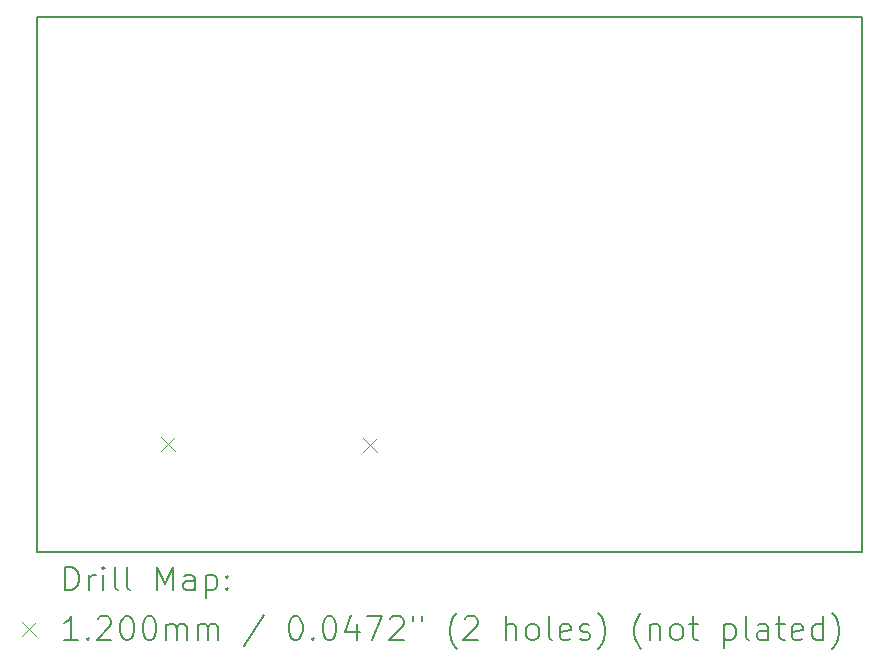
<source format=gbr>
%TF.GenerationSoftware,KiCad,Pcbnew,7.0.1*%
%TF.CreationDate,2023-09-18T10:22:11-04:00*%
%TF.ProjectId,Groove Coaster,47726f6f-7665-4204-936f-61737465722e,rev?*%
%TF.SameCoordinates,Original*%
%TF.FileFunction,Drillmap*%
%TF.FilePolarity,Positive*%
%FSLAX45Y45*%
G04 Gerber Fmt 4.5, Leading zero omitted, Abs format (unit mm)*
G04 Created by KiCad (PCBNEW 7.0.1) date 2023-09-18 10:22:11*
%MOMM*%
%LPD*%
G01*
G04 APERTURE LIST*
%ADD10C,0.200000*%
%ADD11C,0.120000*%
G04 APERTURE END LIST*
D10*
X6830000Y-4090000D02*
X13810000Y-4090000D01*
X13810000Y-8620000D01*
X6830000Y-8620000D01*
X6830000Y-4090000D01*
D11*
X7880000Y-7640000D02*
X8000000Y-7760000D01*
X8000000Y-7640000D02*
X7880000Y-7760000D01*
X9590000Y-7650000D02*
X9710000Y-7770000D01*
X9710000Y-7650000D02*
X9590000Y-7770000D01*
D10*
X7067619Y-8942524D02*
X7067619Y-8742524D01*
X7067619Y-8742524D02*
X7115238Y-8742524D01*
X7115238Y-8742524D02*
X7143809Y-8752048D01*
X7143809Y-8752048D02*
X7162857Y-8771095D01*
X7162857Y-8771095D02*
X7172381Y-8790143D01*
X7172381Y-8790143D02*
X7181905Y-8828238D01*
X7181905Y-8828238D02*
X7181905Y-8856810D01*
X7181905Y-8856810D02*
X7172381Y-8894905D01*
X7172381Y-8894905D02*
X7162857Y-8913952D01*
X7162857Y-8913952D02*
X7143809Y-8933000D01*
X7143809Y-8933000D02*
X7115238Y-8942524D01*
X7115238Y-8942524D02*
X7067619Y-8942524D01*
X7267619Y-8942524D02*
X7267619Y-8809190D01*
X7267619Y-8847286D02*
X7277143Y-8828238D01*
X7277143Y-8828238D02*
X7286667Y-8818714D01*
X7286667Y-8818714D02*
X7305714Y-8809190D01*
X7305714Y-8809190D02*
X7324762Y-8809190D01*
X7391428Y-8942524D02*
X7391428Y-8809190D01*
X7391428Y-8742524D02*
X7381905Y-8752048D01*
X7381905Y-8752048D02*
X7391428Y-8761571D01*
X7391428Y-8761571D02*
X7400952Y-8752048D01*
X7400952Y-8752048D02*
X7391428Y-8742524D01*
X7391428Y-8742524D02*
X7391428Y-8761571D01*
X7515238Y-8942524D02*
X7496190Y-8933000D01*
X7496190Y-8933000D02*
X7486667Y-8913952D01*
X7486667Y-8913952D02*
X7486667Y-8742524D01*
X7620000Y-8942524D02*
X7600952Y-8933000D01*
X7600952Y-8933000D02*
X7591428Y-8913952D01*
X7591428Y-8913952D02*
X7591428Y-8742524D01*
X7848571Y-8942524D02*
X7848571Y-8742524D01*
X7848571Y-8742524D02*
X7915238Y-8885381D01*
X7915238Y-8885381D02*
X7981905Y-8742524D01*
X7981905Y-8742524D02*
X7981905Y-8942524D01*
X8162857Y-8942524D02*
X8162857Y-8837762D01*
X8162857Y-8837762D02*
X8153333Y-8818714D01*
X8153333Y-8818714D02*
X8134286Y-8809190D01*
X8134286Y-8809190D02*
X8096190Y-8809190D01*
X8096190Y-8809190D02*
X8077143Y-8818714D01*
X8162857Y-8933000D02*
X8143809Y-8942524D01*
X8143809Y-8942524D02*
X8096190Y-8942524D01*
X8096190Y-8942524D02*
X8077143Y-8933000D01*
X8077143Y-8933000D02*
X8067619Y-8913952D01*
X8067619Y-8913952D02*
X8067619Y-8894905D01*
X8067619Y-8894905D02*
X8077143Y-8875857D01*
X8077143Y-8875857D02*
X8096190Y-8866333D01*
X8096190Y-8866333D02*
X8143809Y-8866333D01*
X8143809Y-8866333D02*
X8162857Y-8856810D01*
X8258095Y-8809190D02*
X8258095Y-9009190D01*
X8258095Y-8818714D02*
X8277143Y-8809190D01*
X8277143Y-8809190D02*
X8315238Y-8809190D01*
X8315238Y-8809190D02*
X8334286Y-8818714D01*
X8334286Y-8818714D02*
X8343809Y-8828238D01*
X8343809Y-8828238D02*
X8353333Y-8847286D01*
X8353333Y-8847286D02*
X8353333Y-8904429D01*
X8353333Y-8904429D02*
X8343809Y-8923476D01*
X8343809Y-8923476D02*
X8334286Y-8933000D01*
X8334286Y-8933000D02*
X8315238Y-8942524D01*
X8315238Y-8942524D02*
X8277143Y-8942524D01*
X8277143Y-8942524D02*
X8258095Y-8933000D01*
X8439048Y-8923476D02*
X8448571Y-8933000D01*
X8448571Y-8933000D02*
X8439048Y-8942524D01*
X8439048Y-8942524D02*
X8429524Y-8933000D01*
X8429524Y-8933000D02*
X8439048Y-8923476D01*
X8439048Y-8923476D02*
X8439048Y-8942524D01*
X8439048Y-8818714D02*
X8448571Y-8828238D01*
X8448571Y-8828238D02*
X8439048Y-8837762D01*
X8439048Y-8837762D02*
X8429524Y-8828238D01*
X8429524Y-8828238D02*
X8439048Y-8818714D01*
X8439048Y-8818714D02*
X8439048Y-8837762D01*
D11*
X6700000Y-9210000D02*
X6820000Y-9330000D01*
X6820000Y-9210000D02*
X6700000Y-9330000D01*
D10*
X7172381Y-9362524D02*
X7058095Y-9362524D01*
X7115238Y-9362524D02*
X7115238Y-9162524D01*
X7115238Y-9162524D02*
X7096190Y-9191095D01*
X7096190Y-9191095D02*
X7077143Y-9210143D01*
X7077143Y-9210143D02*
X7058095Y-9219667D01*
X7258095Y-9343476D02*
X7267619Y-9353000D01*
X7267619Y-9353000D02*
X7258095Y-9362524D01*
X7258095Y-9362524D02*
X7248571Y-9353000D01*
X7248571Y-9353000D02*
X7258095Y-9343476D01*
X7258095Y-9343476D02*
X7258095Y-9362524D01*
X7343809Y-9181571D02*
X7353333Y-9172048D01*
X7353333Y-9172048D02*
X7372381Y-9162524D01*
X7372381Y-9162524D02*
X7420000Y-9162524D01*
X7420000Y-9162524D02*
X7439048Y-9172048D01*
X7439048Y-9172048D02*
X7448571Y-9181571D01*
X7448571Y-9181571D02*
X7458095Y-9200619D01*
X7458095Y-9200619D02*
X7458095Y-9219667D01*
X7458095Y-9219667D02*
X7448571Y-9248238D01*
X7448571Y-9248238D02*
X7334286Y-9362524D01*
X7334286Y-9362524D02*
X7458095Y-9362524D01*
X7581905Y-9162524D02*
X7600952Y-9162524D01*
X7600952Y-9162524D02*
X7620000Y-9172048D01*
X7620000Y-9172048D02*
X7629524Y-9181571D01*
X7629524Y-9181571D02*
X7639048Y-9200619D01*
X7639048Y-9200619D02*
X7648571Y-9238714D01*
X7648571Y-9238714D02*
X7648571Y-9286333D01*
X7648571Y-9286333D02*
X7639048Y-9324429D01*
X7639048Y-9324429D02*
X7629524Y-9343476D01*
X7629524Y-9343476D02*
X7620000Y-9353000D01*
X7620000Y-9353000D02*
X7600952Y-9362524D01*
X7600952Y-9362524D02*
X7581905Y-9362524D01*
X7581905Y-9362524D02*
X7562857Y-9353000D01*
X7562857Y-9353000D02*
X7553333Y-9343476D01*
X7553333Y-9343476D02*
X7543809Y-9324429D01*
X7543809Y-9324429D02*
X7534286Y-9286333D01*
X7534286Y-9286333D02*
X7534286Y-9238714D01*
X7534286Y-9238714D02*
X7543809Y-9200619D01*
X7543809Y-9200619D02*
X7553333Y-9181571D01*
X7553333Y-9181571D02*
X7562857Y-9172048D01*
X7562857Y-9172048D02*
X7581905Y-9162524D01*
X7772381Y-9162524D02*
X7791429Y-9162524D01*
X7791429Y-9162524D02*
X7810476Y-9172048D01*
X7810476Y-9172048D02*
X7820000Y-9181571D01*
X7820000Y-9181571D02*
X7829524Y-9200619D01*
X7829524Y-9200619D02*
X7839048Y-9238714D01*
X7839048Y-9238714D02*
X7839048Y-9286333D01*
X7839048Y-9286333D02*
X7829524Y-9324429D01*
X7829524Y-9324429D02*
X7820000Y-9343476D01*
X7820000Y-9343476D02*
X7810476Y-9353000D01*
X7810476Y-9353000D02*
X7791429Y-9362524D01*
X7791429Y-9362524D02*
X7772381Y-9362524D01*
X7772381Y-9362524D02*
X7753333Y-9353000D01*
X7753333Y-9353000D02*
X7743809Y-9343476D01*
X7743809Y-9343476D02*
X7734286Y-9324429D01*
X7734286Y-9324429D02*
X7724762Y-9286333D01*
X7724762Y-9286333D02*
X7724762Y-9238714D01*
X7724762Y-9238714D02*
X7734286Y-9200619D01*
X7734286Y-9200619D02*
X7743809Y-9181571D01*
X7743809Y-9181571D02*
X7753333Y-9172048D01*
X7753333Y-9172048D02*
X7772381Y-9162524D01*
X7924762Y-9362524D02*
X7924762Y-9229190D01*
X7924762Y-9248238D02*
X7934286Y-9238714D01*
X7934286Y-9238714D02*
X7953333Y-9229190D01*
X7953333Y-9229190D02*
X7981905Y-9229190D01*
X7981905Y-9229190D02*
X8000952Y-9238714D01*
X8000952Y-9238714D02*
X8010476Y-9257762D01*
X8010476Y-9257762D02*
X8010476Y-9362524D01*
X8010476Y-9257762D02*
X8020000Y-9238714D01*
X8020000Y-9238714D02*
X8039048Y-9229190D01*
X8039048Y-9229190D02*
X8067619Y-9229190D01*
X8067619Y-9229190D02*
X8086667Y-9238714D01*
X8086667Y-9238714D02*
X8096190Y-9257762D01*
X8096190Y-9257762D02*
X8096190Y-9362524D01*
X8191429Y-9362524D02*
X8191429Y-9229190D01*
X8191429Y-9248238D02*
X8200952Y-9238714D01*
X8200952Y-9238714D02*
X8220000Y-9229190D01*
X8220000Y-9229190D02*
X8248571Y-9229190D01*
X8248571Y-9229190D02*
X8267619Y-9238714D01*
X8267619Y-9238714D02*
X8277143Y-9257762D01*
X8277143Y-9257762D02*
X8277143Y-9362524D01*
X8277143Y-9257762D02*
X8286667Y-9238714D01*
X8286667Y-9238714D02*
X8305714Y-9229190D01*
X8305714Y-9229190D02*
X8334286Y-9229190D01*
X8334286Y-9229190D02*
X8353333Y-9238714D01*
X8353333Y-9238714D02*
X8362857Y-9257762D01*
X8362857Y-9257762D02*
X8362857Y-9362524D01*
X8753333Y-9153000D02*
X8581905Y-9410143D01*
X9010476Y-9162524D02*
X9029524Y-9162524D01*
X9029524Y-9162524D02*
X9048572Y-9172048D01*
X9048572Y-9172048D02*
X9058095Y-9181571D01*
X9058095Y-9181571D02*
X9067619Y-9200619D01*
X9067619Y-9200619D02*
X9077143Y-9238714D01*
X9077143Y-9238714D02*
X9077143Y-9286333D01*
X9077143Y-9286333D02*
X9067619Y-9324429D01*
X9067619Y-9324429D02*
X9058095Y-9343476D01*
X9058095Y-9343476D02*
X9048572Y-9353000D01*
X9048572Y-9353000D02*
X9029524Y-9362524D01*
X9029524Y-9362524D02*
X9010476Y-9362524D01*
X9010476Y-9362524D02*
X8991429Y-9353000D01*
X8991429Y-9353000D02*
X8981905Y-9343476D01*
X8981905Y-9343476D02*
X8972381Y-9324429D01*
X8972381Y-9324429D02*
X8962857Y-9286333D01*
X8962857Y-9286333D02*
X8962857Y-9238714D01*
X8962857Y-9238714D02*
X8972381Y-9200619D01*
X8972381Y-9200619D02*
X8981905Y-9181571D01*
X8981905Y-9181571D02*
X8991429Y-9172048D01*
X8991429Y-9172048D02*
X9010476Y-9162524D01*
X9162857Y-9343476D02*
X9172381Y-9353000D01*
X9172381Y-9353000D02*
X9162857Y-9362524D01*
X9162857Y-9362524D02*
X9153334Y-9353000D01*
X9153334Y-9353000D02*
X9162857Y-9343476D01*
X9162857Y-9343476D02*
X9162857Y-9362524D01*
X9296191Y-9162524D02*
X9315238Y-9162524D01*
X9315238Y-9162524D02*
X9334286Y-9172048D01*
X9334286Y-9172048D02*
X9343810Y-9181571D01*
X9343810Y-9181571D02*
X9353334Y-9200619D01*
X9353334Y-9200619D02*
X9362857Y-9238714D01*
X9362857Y-9238714D02*
X9362857Y-9286333D01*
X9362857Y-9286333D02*
X9353334Y-9324429D01*
X9353334Y-9324429D02*
X9343810Y-9343476D01*
X9343810Y-9343476D02*
X9334286Y-9353000D01*
X9334286Y-9353000D02*
X9315238Y-9362524D01*
X9315238Y-9362524D02*
X9296191Y-9362524D01*
X9296191Y-9362524D02*
X9277143Y-9353000D01*
X9277143Y-9353000D02*
X9267619Y-9343476D01*
X9267619Y-9343476D02*
X9258095Y-9324429D01*
X9258095Y-9324429D02*
X9248572Y-9286333D01*
X9248572Y-9286333D02*
X9248572Y-9238714D01*
X9248572Y-9238714D02*
X9258095Y-9200619D01*
X9258095Y-9200619D02*
X9267619Y-9181571D01*
X9267619Y-9181571D02*
X9277143Y-9172048D01*
X9277143Y-9172048D02*
X9296191Y-9162524D01*
X9534286Y-9229190D02*
X9534286Y-9362524D01*
X9486667Y-9153000D02*
X9439048Y-9295857D01*
X9439048Y-9295857D02*
X9562857Y-9295857D01*
X9620000Y-9162524D02*
X9753334Y-9162524D01*
X9753334Y-9162524D02*
X9667619Y-9362524D01*
X9820000Y-9181571D02*
X9829524Y-9172048D01*
X9829524Y-9172048D02*
X9848572Y-9162524D01*
X9848572Y-9162524D02*
X9896191Y-9162524D01*
X9896191Y-9162524D02*
X9915238Y-9172048D01*
X9915238Y-9172048D02*
X9924762Y-9181571D01*
X9924762Y-9181571D02*
X9934286Y-9200619D01*
X9934286Y-9200619D02*
X9934286Y-9219667D01*
X9934286Y-9219667D02*
X9924762Y-9248238D01*
X9924762Y-9248238D02*
X9810476Y-9362524D01*
X9810476Y-9362524D02*
X9934286Y-9362524D01*
X10010476Y-9162524D02*
X10010476Y-9200619D01*
X10086667Y-9162524D02*
X10086667Y-9200619D01*
X10381905Y-9438714D02*
X10372381Y-9429190D01*
X10372381Y-9429190D02*
X10353334Y-9400619D01*
X10353334Y-9400619D02*
X10343810Y-9381571D01*
X10343810Y-9381571D02*
X10334286Y-9353000D01*
X10334286Y-9353000D02*
X10324762Y-9305381D01*
X10324762Y-9305381D02*
X10324762Y-9267286D01*
X10324762Y-9267286D02*
X10334286Y-9219667D01*
X10334286Y-9219667D02*
X10343810Y-9191095D01*
X10343810Y-9191095D02*
X10353334Y-9172048D01*
X10353334Y-9172048D02*
X10372381Y-9143476D01*
X10372381Y-9143476D02*
X10381905Y-9133952D01*
X10448572Y-9181571D02*
X10458096Y-9172048D01*
X10458096Y-9172048D02*
X10477143Y-9162524D01*
X10477143Y-9162524D02*
X10524762Y-9162524D01*
X10524762Y-9162524D02*
X10543810Y-9172048D01*
X10543810Y-9172048D02*
X10553334Y-9181571D01*
X10553334Y-9181571D02*
X10562857Y-9200619D01*
X10562857Y-9200619D02*
X10562857Y-9219667D01*
X10562857Y-9219667D02*
X10553334Y-9248238D01*
X10553334Y-9248238D02*
X10439048Y-9362524D01*
X10439048Y-9362524D02*
X10562857Y-9362524D01*
X10800953Y-9362524D02*
X10800953Y-9162524D01*
X10886667Y-9362524D02*
X10886667Y-9257762D01*
X10886667Y-9257762D02*
X10877143Y-9238714D01*
X10877143Y-9238714D02*
X10858096Y-9229190D01*
X10858096Y-9229190D02*
X10829524Y-9229190D01*
X10829524Y-9229190D02*
X10810477Y-9238714D01*
X10810477Y-9238714D02*
X10800953Y-9248238D01*
X11010477Y-9362524D02*
X10991429Y-9353000D01*
X10991429Y-9353000D02*
X10981905Y-9343476D01*
X10981905Y-9343476D02*
X10972381Y-9324429D01*
X10972381Y-9324429D02*
X10972381Y-9267286D01*
X10972381Y-9267286D02*
X10981905Y-9248238D01*
X10981905Y-9248238D02*
X10991429Y-9238714D01*
X10991429Y-9238714D02*
X11010477Y-9229190D01*
X11010477Y-9229190D02*
X11039048Y-9229190D01*
X11039048Y-9229190D02*
X11058096Y-9238714D01*
X11058096Y-9238714D02*
X11067619Y-9248238D01*
X11067619Y-9248238D02*
X11077143Y-9267286D01*
X11077143Y-9267286D02*
X11077143Y-9324429D01*
X11077143Y-9324429D02*
X11067619Y-9343476D01*
X11067619Y-9343476D02*
X11058096Y-9353000D01*
X11058096Y-9353000D02*
X11039048Y-9362524D01*
X11039048Y-9362524D02*
X11010477Y-9362524D01*
X11191429Y-9362524D02*
X11172381Y-9353000D01*
X11172381Y-9353000D02*
X11162858Y-9333952D01*
X11162858Y-9333952D02*
X11162858Y-9162524D01*
X11343810Y-9353000D02*
X11324762Y-9362524D01*
X11324762Y-9362524D02*
X11286667Y-9362524D01*
X11286667Y-9362524D02*
X11267619Y-9353000D01*
X11267619Y-9353000D02*
X11258096Y-9333952D01*
X11258096Y-9333952D02*
X11258096Y-9257762D01*
X11258096Y-9257762D02*
X11267619Y-9238714D01*
X11267619Y-9238714D02*
X11286667Y-9229190D01*
X11286667Y-9229190D02*
X11324762Y-9229190D01*
X11324762Y-9229190D02*
X11343810Y-9238714D01*
X11343810Y-9238714D02*
X11353334Y-9257762D01*
X11353334Y-9257762D02*
X11353334Y-9276810D01*
X11353334Y-9276810D02*
X11258096Y-9295857D01*
X11429524Y-9353000D02*
X11448572Y-9362524D01*
X11448572Y-9362524D02*
X11486667Y-9362524D01*
X11486667Y-9362524D02*
X11505715Y-9353000D01*
X11505715Y-9353000D02*
X11515238Y-9333952D01*
X11515238Y-9333952D02*
X11515238Y-9324429D01*
X11515238Y-9324429D02*
X11505715Y-9305381D01*
X11505715Y-9305381D02*
X11486667Y-9295857D01*
X11486667Y-9295857D02*
X11458096Y-9295857D01*
X11458096Y-9295857D02*
X11439048Y-9286333D01*
X11439048Y-9286333D02*
X11429524Y-9267286D01*
X11429524Y-9267286D02*
X11429524Y-9257762D01*
X11429524Y-9257762D02*
X11439048Y-9238714D01*
X11439048Y-9238714D02*
X11458096Y-9229190D01*
X11458096Y-9229190D02*
X11486667Y-9229190D01*
X11486667Y-9229190D02*
X11505715Y-9238714D01*
X11581905Y-9438714D02*
X11591429Y-9429190D01*
X11591429Y-9429190D02*
X11610477Y-9400619D01*
X11610477Y-9400619D02*
X11620000Y-9381571D01*
X11620000Y-9381571D02*
X11629524Y-9353000D01*
X11629524Y-9353000D02*
X11639048Y-9305381D01*
X11639048Y-9305381D02*
X11639048Y-9267286D01*
X11639048Y-9267286D02*
X11629524Y-9219667D01*
X11629524Y-9219667D02*
X11620000Y-9191095D01*
X11620000Y-9191095D02*
X11610477Y-9172048D01*
X11610477Y-9172048D02*
X11591429Y-9143476D01*
X11591429Y-9143476D02*
X11581905Y-9133952D01*
X11943810Y-9438714D02*
X11934286Y-9429190D01*
X11934286Y-9429190D02*
X11915238Y-9400619D01*
X11915238Y-9400619D02*
X11905715Y-9381571D01*
X11905715Y-9381571D02*
X11896191Y-9353000D01*
X11896191Y-9353000D02*
X11886667Y-9305381D01*
X11886667Y-9305381D02*
X11886667Y-9267286D01*
X11886667Y-9267286D02*
X11896191Y-9219667D01*
X11896191Y-9219667D02*
X11905715Y-9191095D01*
X11905715Y-9191095D02*
X11915238Y-9172048D01*
X11915238Y-9172048D02*
X11934286Y-9143476D01*
X11934286Y-9143476D02*
X11943810Y-9133952D01*
X12020000Y-9229190D02*
X12020000Y-9362524D01*
X12020000Y-9248238D02*
X12029524Y-9238714D01*
X12029524Y-9238714D02*
X12048572Y-9229190D01*
X12048572Y-9229190D02*
X12077143Y-9229190D01*
X12077143Y-9229190D02*
X12096191Y-9238714D01*
X12096191Y-9238714D02*
X12105715Y-9257762D01*
X12105715Y-9257762D02*
X12105715Y-9362524D01*
X12229524Y-9362524D02*
X12210477Y-9353000D01*
X12210477Y-9353000D02*
X12200953Y-9343476D01*
X12200953Y-9343476D02*
X12191429Y-9324429D01*
X12191429Y-9324429D02*
X12191429Y-9267286D01*
X12191429Y-9267286D02*
X12200953Y-9248238D01*
X12200953Y-9248238D02*
X12210477Y-9238714D01*
X12210477Y-9238714D02*
X12229524Y-9229190D01*
X12229524Y-9229190D02*
X12258096Y-9229190D01*
X12258096Y-9229190D02*
X12277143Y-9238714D01*
X12277143Y-9238714D02*
X12286667Y-9248238D01*
X12286667Y-9248238D02*
X12296191Y-9267286D01*
X12296191Y-9267286D02*
X12296191Y-9324429D01*
X12296191Y-9324429D02*
X12286667Y-9343476D01*
X12286667Y-9343476D02*
X12277143Y-9353000D01*
X12277143Y-9353000D02*
X12258096Y-9362524D01*
X12258096Y-9362524D02*
X12229524Y-9362524D01*
X12353334Y-9229190D02*
X12429524Y-9229190D01*
X12381905Y-9162524D02*
X12381905Y-9333952D01*
X12381905Y-9333952D02*
X12391429Y-9353000D01*
X12391429Y-9353000D02*
X12410477Y-9362524D01*
X12410477Y-9362524D02*
X12429524Y-9362524D01*
X12648572Y-9229190D02*
X12648572Y-9429190D01*
X12648572Y-9238714D02*
X12667619Y-9229190D01*
X12667619Y-9229190D02*
X12705715Y-9229190D01*
X12705715Y-9229190D02*
X12724762Y-9238714D01*
X12724762Y-9238714D02*
X12734286Y-9248238D01*
X12734286Y-9248238D02*
X12743810Y-9267286D01*
X12743810Y-9267286D02*
X12743810Y-9324429D01*
X12743810Y-9324429D02*
X12734286Y-9343476D01*
X12734286Y-9343476D02*
X12724762Y-9353000D01*
X12724762Y-9353000D02*
X12705715Y-9362524D01*
X12705715Y-9362524D02*
X12667619Y-9362524D01*
X12667619Y-9362524D02*
X12648572Y-9353000D01*
X12858096Y-9362524D02*
X12839048Y-9353000D01*
X12839048Y-9353000D02*
X12829524Y-9333952D01*
X12829524Y-9333952D02*
X12829524Y-9162524D01*
X13020000Y-9362524D02*
X13020000Y-9257762D01*
X13020000Y-9257762D02*
X13010477Y-9238714D01*
X13010477Y-9238714D02*
X12991429Y-9229190D01*
X12991429Y-9229190D02*
X12953334Y-9229190D01*
X12953334Y-9229190D02*
X12934286Y-9238714D01*
X13020000Y-9353000D02*
X13000953Y-9362524D01*
X13000953Y-9362524D02*
X12953334Y-9362524D01*
X12953334Y-9362524D02*
X12934286Y-9353000D01*
X12934286Y-9353000D02*
X12924762Y-9333952D01*
X12924762Y-9333952D02*
X12924762Y-9314905D01*
X12924762Y-9314905D02*
X12934286Y-9295857D01*
X12934286Y-9295857D02*
X12953334Y-9286333D01*
X12953334Y-9286333D02*
X13000953Y-9286333D01*
X13000953Y-9286333D02*
X13020000Y-9276810D01*
X13086667Y-9229190D02*
X13162858Y-9229190D01*
X13115239Y-9162524D02*
X13115239Y-9333952D01*
X13115239Y-9333952D02*
X13124762Y-9353000D01*
X13124762Y-9353000D02*
X13143810Y-9362524D01*
X13143810Y-9362524D02*
X13162858Y-9362524D01*
X13305715Y-9353000D02*
X13286667Y-9362524D01*
X13286667Y-9362524D02*
X13248572Y-9362524D01*
X13248572Y-9362524D02*
X13229524Y-9353000D01*
X13229524Y-9353000D02*
X13220000Y-9333952D01*
X13220000Y-9333952D02*
X13220000Y-9257762D01*
X13220000Y-9257762D02*
X13229524Y-9238714D01*
X13229524Y-9238714D02*
X13248572Y-9229190D01*
X13248572Y-9229190D02*
X13286667Y-9229190D01*
X13286667Y-9229190D02*
X13305715Y-9238714D01*
X13305715Y-9238714D02*
X13315239Y-9257762D01*
X13315239Y-9257762D02*
X13315239Y-9276810D01*
X13315239Y-9276810D02*
X13220000Y-9295857D01*
X13486667Y-9362524D02*
X13486667Y-9162524D01*
X13486667Y-9353000D02*
X13467620Y-9362524D01*
X13467620Y-9362524D02*
X13429524Y-9362524D01*
X13429524Y-9362524D02*
X13410477Y-9353000D01*
X13410477Y-9353000D02*
X13400953Y-9343476D01*
X13400953Y-9343476D02*
X13391429Y-9324429D01*
X13391429Y-9324429D02*
X13391429Y-9267286D01*
X13391429Y-9267286D02*
X13400953Y-9248238D01*
X13400953Y-9248238D02*
X13410477Y-9238714D01*
X13410477Y-9238714D02*
X13429524Y-9229190D01*
X13429524Y-9229190D02*
X13467620Y-9229190D01*
X13467620Y-9229190D02*
X13486667Y-9238714D01*
X13562858Y-9438714D02*
X13572381Y-9429190D01*
X13572381Y-9429190D02*
X13591429Y-9400619D01*
X13591429Y-9400619D02*
X13600953Y-9381571D01*
X13600953Y-9381571D02*
X13610477Y-9353000D01*
X13610477Y-9353000D02*
X13620000Y-9305381D01*
X13620000Y-9305381D02*
X13620000Y-9267286D01*
X13620000Y-9267286D02*
X13610477Y-9219667D01*
X13610477Y-9219667D02*
X13600953Y-9191095D01*
X13600953Y-9191095D02*
X13591429Y-9172048D01*
X13591429Y-9172048D02*
X13572381Y-9143476D01*
X13572381Y-9143476D02*
X13562858Y-9133952D01*
M02*

</source>
